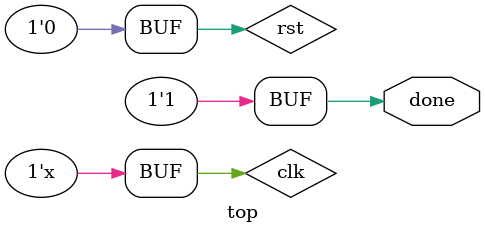
<source format=v>
module top
(
	output	reg		done
);

reg clk;
reg rst;

initial
begin
	$dumpfile("wave.vcd");
	$dumpvars(0, top);

	clk = 0;
	rst = 0;
	done = 0;

	#3 rst = 1;
	#46 rst = 0;
	#4000 done = 1;
end

always #10
begin
	clk <= ~clk;
end

wire	[31:0]	imem_addr;
wire	[31:0]	imem_data;
wire	[31:0]	dmem_addr;
wire	[1:0]	dmem_op;
wire	[31:0]	dmem_read_data;
wire	[31:0]	dmem_write_data;

riscv_hart hart0
(
	.clk(clk),
	.rst(rst),

	.imem_addr(imem_addr),
	.imem_data(imem_data),

	.dmem_addr(dmem_addr),
	.dmem_op(dmem_op),
	.dmem_data_i(dmem_read_data),
	.dmem_data_o(dmem_write_data)
);

dualport_ram mem
(
	.clk(clk),

	// Port A (instruction)
	.addr_a(imem_addr[14:0]),
	.chip_select_a(imem_addr[31:15] == 0),
	.op_a(0),
	.data_a_i(0),
	.data_a_o(imem_data),

	// Port B (data)
	.addr_b(dmem_addr[14:0]),
	.chip_select_b(dmem_addr[31:15] == 0),
	.op_b(dmem_op),
	.data_b_i(dmem_write_data),
	.data_b_o(dmem_read_data)
);

endmodule

</source>
